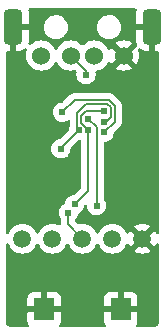
<source format=gbl>
G04 #@! TF.GenerationSoftware,KiCad,Pcbnew,(6.0.7-1)-1*
G04 #@! TF.CreationDate,2022-11-13T18:32:43+09:00*
G04 #@! TF.ProjectId,usbSerial,75736253-6572-4696-916c-2e6b69636164,V1.0*
G04 #@! TF.SameCoordinates,Original*
G04 #@! TF.FileFunction,Copper,L2,Bot*
G04 #@! TF.FilePolarity,Positive*
%FSLAX46Y46*%
G04 Gerber Fmt 4.6, Leading zero omitted, Abs format (unit mm)*
G04 Created by KiCad (PCBNEW (6.0.7-1)-1) date 2022-11-13 18:32:43*
%MOMM*%
%LPD*%
G01*
G04 APERTURE LIST*
G04 Aperture macros list*
%AMRoundRect*
0 Rectangle with rounded corners*
0 $1 Rounding radius*
0 $2 $3 $4 $5 $6 $7 $8 $9 X,Y pos of 4 corners*
0 Add a 4 corners polygon primitive as box body*
4,1,4,$2,$3,$4,$5,$6,$7,$8,$9,$2,$3,0*
0 Add four circle primitives for the rounded corners*
1,1,$1+$1,$2,$3*
1,1,$1+$1,$4,$5*
1,1,$1+$1,$6,$7*
1,1,$1+$1,$8,$9*
0 Add four rect primitives between the rounded corners*
20,1,$1+$1,$2,$3,$4,$5,0*
20,1,$1+$1,$4,$5,$6,$7,0*
20,1,$1+$1,$6,$7,$8,$9,0*
20,1,$1+$1,$8,$9,$2,$3,0*%
G04 Aperture macros list end*
G04 #@! TA.AperFunction,ComponentPad*
%ADD10R,1.800000X1.900000*%
G04 #@! TD*
G04 #@! TA.AperFunction,ComponentPad*
%ADD11C,1.500000*%
G04 #@! TD*
G04 #@! TA.AperFunction,ComponentPad*
%ADD12C,1.524000*%
G04 #@! TD*
G04 #@! TA.AperFunction,ComponentPad*
%ADD13RoundRect,0.400000X0.400000X1.100000X-0.400000X1.100000X-0.400000X-1.100000X0.400000X-1.100000X0*%
G04 #@! TD*
G04 #@! TA.AperFunction,ViaPad*
%ADD14C,0.609600*%
G04 #@! TD*
G04 #@! TA.AperFunction,Conductor*
%ADD15C,0.152400*%
G04 #@! TD*
G04 APERTURE END LIST*
D10*
X-3250000Y-12000000D03*
X3250000Y-12000000D03*
D11*
X-5080000Y-6000000D03*
X0Y-6000000D03*
X2540000Y-6000000D03*
X5080000Y-6000000D03*
X-2540000Y-6000000D03*
D12*
X-3500000Y9500000D03*
X-1000000Y9500000D03*
X1000000Y9500000D03*
X3500000Y9500000D03*
D13*
X-5850000Y11900000D03*
X5850000Y11900000D03*
D14*
X1800000Y3900000D03*
X-318890Y3193413D03*
X-1832502Y1600000D03*
X-2000000Y6000000D03*
X500000Y3200000D03*
X1800000Y4800000D03*
X-666300Y-3100000D03*
X308700Y7877561D03*
X-1200000Y-3800000D03*
X1833700Y3000000D03*
X-1700000Y4700000D03*
X500000Y4116300D03*
X1200000Y-3200000D03*
D15*
X2000000Y3900000D02*
X2384200Y4284200D01*
X-439800Y4660200D02*
X-439800Y3314323D01*
X-318890Y3193413D02*
X-1832502Y1679801D01*
X2384200Y4284200D02*
X2384200Y5115800D01*
X2384200Y5115800D02*
X2115800Y5384200D01*
X284200Y5384200D02*
X-439800Y4660200D01*
X-1832502Y1679801D02*
X-1832502Y1600000D01*
X1800000Y3900000D02*
X2000000Y3900000D01*
X2115800Y5384200D02*
X284200Y5384200D01*
X-439800Y3314323D02*
X-318890Y3193413D01*
X-666300Y-3100000D02*
X500000Y-1933700D01*
X300000Y4800000D02*
X1800000Y4800000D01*
X500000Y-1933700D02*
X500000Y3200000D01*
X-84200Y3784200D02*
X-84200Y4415800D01*
X-84200Y4415800D02*
X300000Y4800000D01*
X500000Y3200000D02*
X-84200Y3784200D01*
X308700Y8191300D02*
X-1000000Y9500000D01*
X308700Y7877561D02*
X308700Y8191300D01*
X-1200000Y-3800000D02*
X-1200000Y-4800000D01*
X-1200000Y-4800000D02*
X0Y-6000000D01*
X-660200Y5739800D02*
X-1700000Y4700000D01*
X2263094Y5739800D02*
X-660200Y5739800D01*
X2739800Y3906100D02*
X2739800Y5263094D01*
X1833700Y3000000D02*
X2739800Y3906100D01*
X2739800Y5263094D02*
X2263094Y5739800D01*
X500000Y4116300D02*
X1200000Y3416300D01*
X1200000Y3416300D02*
X1200000Y-3200000D01*
G04 #@! TA.AperFunction,Conductor*
G36*
X4546240Y13471498D02*
G01*
X4592733Y13417842D01*
X4602837Y13347568D01*
X4597540Y13327218D01*
X4597639Y13327191D01*
X4549733Y13148403D01*
X4547786Y13137069D01*
X4542193Y13066010D01*
X4542000Y13061085D01*
X4542000Y12172115D01*
X4546475Y12156876D01*
X4547865Y12155671D01*
X4555548Y12154000D01*
X5978000Y12154000D01*
X6046121Y12133998D01*
X6092614Y12080342D01*
X6104000Y12028000D01*
X6104000Y9910115D01*
X6108475Y9894876D01*
X6109865Y9893671D01*
X6117548Y9892000D01*
X6311085Y9892000D01*
X6316013Y9892193D01*
X6355615Y9895310D01*
X6425095Y9880714D01*
X6475654Y9830871D01*
X6491500Y9769698D01*
X6491500Y-5481940D01*
X6471498Y-5550061D01*
X6417842Y-5596554D01*
X6347568Y-5606658D01*
X6282988Y-5577164D01*
X6251305Y-5535190D01*
X6175946Y-5373583D01*
X6170466Y-5364093D01*
X6141589Y-5322851D01*
X6131113Y-5314477D01*
X6117666Y-5321545D01*
X5452021Y-5987189D01*
X5444408Y-6001132D01*
X5444539Y-6002966D01*
X5448790Y-6009580D01*
X6118391Y-6679180D01*
X6130161Y-6685607D01*
X6142176Y-6676311D01*
X6170466Y-6635907D01*
X6175946Y-6626417D01*
X6251305Y-6464810D01*
X6298223Y-6411525D01*
X6366500Y-6392064D01*
X6434460Y-6412606D01*
X6480525Y-6466629D01*
X6491500Y-6518060D01*
X6491500Y-12950633D01*
X6490000Y-12970018D01*
X6489269Y-12974716D01*
X6486309Y-12993724D01*
X6487473Y-13002626D01*
X6487489Y-13002750D01*
X6487760Y-13033193D01*
X6480766Y-13095264D01*
X6474487Y-13122771D01*
X6447515Y-13199853D01*
X6435273Y-13225274D01*
X6391822Y-13294426D01*
X6374230Y-13316485D01*
X6316485Y-13374230D01*
X6294426Y-13391822D01*
X6225274Y-13435273D01*
X6199853Y-13447515D01*
X6122772Y-13474487D01*
X6095264Y-13480766D01*
X6039774Y-13487018D01*
X6024132Y-13486923D01*
X6024121Y-13487800D01*
X6015149Y-13487690D01*
X6006276Y-13486309D01*
X5997374Y-13487473D01*
X5997372Y-13487473D01*
X5986385Y-13488910D01*
X5974714Y-13490436D01*
X5958379Y-13491500D01*
X4630944Y-13491500D01*
X4562823Y-13471498D01*
X4516330Y-13417842D01*
X4506226Y-13347568D01*
X4530118Y-13289935D01*
X4594786Y-13203649D01*
X4603324Y-13188054D01*
X4648478Y-13067606D01*
X4652105Y-13052351D01*
X4657631Y-13001486D01*
X4658000Y-12994672D01*
X4658000Y-12272115D01*
X4653525Y-12256876D01*
X4652135Y-12255671D01*
X4644452Y-12254000D01*
X1860116Y-12254000D01*
X1844877Y-12258475D01*
X1843672Y-12259865D01*
X1842001Y-12267548D01*
X1842001Y-12994669D01*
X1842371Y-13001490D01*
X1847895Y-13052352D01*
X1851521Y-13067604D01*
X1896676Y-13188054D01*
X1905214Y-13203649D01*
X1969882Y-13289935D01*
X1994730Y-13356442D01*
X1979677Y-13425824D01*
X1929503Y-13476054D01*
X1869056Y-13491500D01*
X-1869056Y-13491500D01*
X-1937177Y-13471498D01*
X-1983670Y-13417842D01*
X-1993774Y-13347568D01*
X-1969882Y-13289935D01*
X-1905214Y-13203649D01*
X-1896676Y-13188054D01*
X-1851522Y-13067606D01*
X-1847895Y-13052351D01*
X-1842369Y-13001486D01*
X-1842000Y-12994672D01*
X-1842000Y-12272115D01*
X-1846475Y-12256876D01*
X-1847865Y-12255671D01*
X-1855548Y-12254000D01*
X-4639884Y-12254000D01*
X-4655123Y-12258475D01*
X-4656328Y-12259865D01*
X-4657999Y-12267548D01*
X-4657999Y-12994669D01*
X-4657629Y-13001490D01*
X-4652105Y-13052352D01*
X-4648479Y-13067604D01*
X-4603324Y-13188054D01*
X-4594786Y-13203649D01*
X-4530118Y-13289935D01*
X-4505270Y-13356442D01*
X-4520323Y-13425824D01*
X-4570497Y-13476054D01*
X-4630944Y-13491500D01*
X-5950634Y-13491500D01*
X-5970019Y-13490000D01*
X-5984852Y-13487690D01*
X-5984856Y-13487690D01*
X-5993725Y-13486309D01*
X-6002627Y-13487473D01*
X-6002632Y-13487473D01*
X-6002751Y-13487489D01*
X-6033188Y-13487760D01*
X-6095263Y-13480766D01*
X-6122768Y-13474488D01*
X-6199859Y-13447513D01*
X-6225275Y-13435273D01*
X-6294427Y-13391822D01*
X-6316486Y-13374230D01*
X-6374230Y-13316486D01*
X-6391822Y-13294427D01*
X-6391823Y-13294426D01*
X-6435274Y-13225273D01*
X-6447513Y-13199859D01*
X-6474488Y-13122768D01*
X-6480766Y-13095264D01*
X-6487018Y-13039776D01*
X-6486923Y-13024133D01*
X-6487800Y-13024122D01*
X-6487690Y-13015150D01*
X-6486309Y-13006277D01*
X-6489110Y-12984852D01*
X-6490436Y-12974716D01*
X-6491500Y-12958379D01*
X-6491500Y-11727885D01*
X-4658000Y-11727885D01*
X-4653525Y-11743124D01*
X-4652135Y-11744329D01*
X-4644452Y-11746000D01*
X-3522115Y-11746000D01*
X-3506876Y-11741525D01*
X-3505671Y-11740135D01*
X-3504000Y-11732452D01*
X-3504000Y-11727885D01*
X-2996000Y-11727885D01*
X-2991525Y-11743124D01*
X-2990135Y-11744329D01*
X-2982452Y-11746000D01*
X-1860116Y-11746000D01*
X-1844877Y-11741525D01*
X-1843672Y-11740135D01*
X-1842001Y-11732452D01*
X-1842001Y-11727885D01*
X1842000Y-11727885D01*
X1846475Y-11743124D01*
X1847865Y-11744329D01*
X1855548Y-11746000D01*
X2977885Y-11746000D01*
X2993124Y-11741525D01*
X2994329Y-11740135D01*
X2996000Y-11732452D01*
X2996000Y-11727885D01*
X3504000Y-11727885D01*
X3508475Y-11743124D01*
X3509865Y-11744329D01*
X3517548Y-11746000D01*
X4639884Y-11746000D01*
X4655123Y-11741525D01*
X4656328Y-11740135D01*
X4657999Y-11732452D01*
X4657999Y-11005331D01*
X4657629Y-10998510D01*
X4652105Y-10947648D01*
X4648479Y-10932396D01*
X4603324Y-10811946D01*
X4594786Y-10796351D01*
X4518285Y-10694276D01*
X4505724Y-10681715D01*
X4403649Y-10605214D01*
X4388054Y-10596676D01*
X4267606Y-10551522D01*
X4252351Y-10547895D01*
X4201486Y-10542369D01*
X4194672Y-10542000D01*
X3522115Y-10542000D01*
X3506876Y-10546475D01*
X3505671Y-10547865D01*
X3504000Y-10555548D01*
X3504000Y-11727885D01*
X2996000Y-11727885D01*
X2996000Y-10560116D01*
X2991525Y-10544877D01*
X2990135Y-10543672D01*
X2982452Y-10542001D01*
X2305331Y-10542001D01*
X2298510Y-10542371D01*
X2247648Y-10547895D01*
X2232396Y-10551521D01*
X2111946Y-10596676D01*
X2096351Y-10605214D01*
X1994276Y-10681715D01*
X1981715Y-10694276D01*
X1905214Y-10796351D01*
X1896676Y-10811946D01*
X1851522Y-10932394D01*
X1847895Y-10947649D01*
X1842369Y-10998514D01*
X1842000Y-11005328D01*
X1842000Y-11727885D01*
X-1842001Y-11727885D01*
X-1842001Y-11005331D01*
X-1842371Y-10998510D01*
X-1847895Y-10947648D01*
X-1851521Y-10932396D01*
X-1896676Y-10811946D01*
X-1905214Y-10796351D01*
X-1981715Y-10694276D01*
X-1994276Y-10681715D01*
X-2096351Y-10605214D01*
X-2111946Y-10596676D01*
X-2232394Y-10551522D01*
X-2247649Y-10547895D01*
X-2298514Y-10542369D01*
X-2305328Y-10542000D01*
X-2977885Y-10542000D01*
X-2993124Y-10546475D01*
X-2994329Y-10547865D01*
X-2996000Y-10555548D01*
X-2996000Y-11727885D01*
X-3504000Y-11727885D01*
X-3504000Y-10560116D01*
X-3508475Y-10544877D01*
X-3509865Y-10543672D01*
X-3517548Y-10542001D01*
X-4194669Y-10542001D01*
X-4201490Y-10542371D01*
X-4252352Y-10547895D01*
X-4267604Y-10551521D01*
X-4388054Y-10596676D01*
X-4403649Y-10605214D01*
X-4505724Y-10681715D01*
X-4518285Y-10694276D01*
X-4594786Y-10796351D01*
X-4603324Y-10811946D01*
X-4648478Y-10932394D01*
X-4652105Y-10947649D01*
X-4657631Y-10998514D01*
X-4658000Y-11005328D01*
X-4658000Y-11727885D01*
X-6491500Y-11727885D01*
X-6491500Y-6519241D01*
X-6471498Y-6451120D01*
X-6417842Y-6404627D01*
X-6347568Y-6394523D01*
X-6282988Y-6424017D01*
X-6251306Y-6465990D01*
X-6236081Y-6498640D01*
X-6176382Y-6626666D01*
X-6176379Y-6626671D01*
X-6174056Y-6631653D01*
X-6170900Y-6636160D01*
X-6170899Y-6636162D01*
X-6142199Y-6677149D01*
X-6047749Y-6812038D01*
X-5892038Y-6967749D01*
X-5711654Y-7094056D01*
X-5512076Y-7187120D01*
X-5299371Y-7244115D01*
X-5080000Y-7263307D01*
X-4860629Y-7244115D01*
X-4647924Y-7187120D01*
X-4448346Y-7094056D01*
X-4267962Y-6967749D01*
X-4112251Y-6812038D01*
X-4017800Y-6677149D01*
X-3989101Y-6636162D01*
X-3989100Y-6636160D01*
X-3985944Y-6631653D01*
X-3983621Y-6626671D01*
X-3983618Y-6626666D01*
X-3924195Y-6499231D01*
X-3877278Y-6445946D01*
X-3809001Y-6426485D01*
X-3741041Y-6447027D01*
X-3695805Y-6499231D01*
X-3636382Y-6626666D01*
X-3636379Y-6626671D01*
X-3634056Y-6631653D01*
X-3630900Y-6636160D01*
X-3630899Y-6636162D01*
X-3602199Y-6677149D01*
X-3507749Y-6812038D01*
X-3352038Y-6967749D01*
X-3171654Y-7094056D01*
X-2972076Y-7187120D01*
X-2759371Y-7244115D01*
X-2540000Y-7263307D01*
X-2320629Y-7244115D01*
X-2107924Y-7187120D01*
X-1908346Y-7094056D01*
X-1727962Y-6967749D01*
X-1572251Y-6812038D01*
X-1477800Y-6677149D01*
X-1449101Y-6636162D01*
X-1449100Y-6636160D01*
X-1445944Y-6631653D01*
X-1443621Y-6626671D01*
X-1443618Y-6626666D01*
X-1384195Y-6499231D01*
X-1337278Y-6445946D01*
X-1269001Y-6426485D01*
X-1201041Y-6447027D01*
X-1155805Y-6499231D01*
X-1096382Y-6626666D01*
X-1096379Y-6626671D01*
X-1094056Y-6631653D01*
X-1090900Y-6636160D01*
X-1090899Y-6636162D01*
X-1062199Y-6677149D01*
X-967749Y-6812038D01*
X-812038Y-6967749D01*
X-631654Y-7094056D01*
X-432076Y-7187120D01*
X-219371Y-7244115D01*
X0Y-7263307D01*
X219371Y-7244115D01*
X432076Y-7187120D01*
X631654Y-7094056D01*
X812038Y-6967749D01*
X967749Y-6812038D01*
X1062200Y-6677149D01*
X1090899Y-6636162D01*
X1090900Y-6636160D01*
X1094056Y-6631653D01*
X1096379Y-6626671D01*
X1096382Y-6626666D01*
X1155805Y-6499231D01*
X1202722Y-6445946D01*
X1270999Y-6426485D01*
X1338959Y-6447027D01*
X1384195Y-6499231D01*
X1443618Y-6626666D01*
X1443621Y-6626671D01*
X1445944Y-6631653D01*
X1449100Y-6636160D01*
X1449101Y-6636162D01*
X1477801Y-6677149D01*
X1572251Y-6812038D01*
X1727962Y-6967749D01*
X1908346Y-7094056D01*
X2107924Y-7187120D01*
X2320629Y-7244115D01*
X2540000Y-7263307D01*
X2759371Y-7244115D01*
X2972076Y-7187120D01*
X3171654Y-7094056D01*
X3234342Y-7050161D01*
X4394393Y-7050161D01*
X4403687Y-7062175D01*
X4444088Y-7090464D01*
X4453584Y-7095947D01*
X4643113Y-7184326D01*
X4653405Y-7188072D01*
X4855401Y-7242196D01*
X4866196Y-7244099D01*
X5074525Y-7262326D01*
X5085475Y-7262326D01*
X5293804Y-7244099D01*
X5304599Y-7242196D01*
X5506595Y-7188072D01*
X5516887Y-7184326D01*
X5706416Y-7095947D01*
X5715912Y-7090464D01*
X5757148Y-7061590D01*
X5765523Y-7051112D01*
X5758457Y-7037668D01*
X5092811Y-6372021D01*
X5078868Y-6364408D01*
X5077034Y-6364539D01*
X5070420Y-6368790D01*
X4400820Y-7038391D01*
X4394393Y-7050161D01*
X3234342Y-7050161D01*
X3352038Y-6967749D01*
X3507749Y-6812038D01*
X3602200Y-6677149D01*
X3630899Y-6636162D01*
X3630900Y-6636160D01*
X3634056Y-6631653D01*
X3636379Y-6626671D01*
X3636382Y-6626666D01*
X3696081Y-6498640D01*
X3742998Y-6445355D01*
X3811276Y-6425894D01*
X3879236Y-6446436D01*
X3924471Y-6498640D01*
X3984054Y-6626417D01*
X3989534Y-6635907D01*
X4018411Y-6677149D01*
X4028887Y-6685523D01*
X4042334Y-6678455D01*
X4707979Y-6012811D01*
X4715592Y-5998868D01*
X4715461Y-5997034D01*
X4711210Y-5990420D01*
X4041609Y-5320820D01*
X4029839Y-5314393D01*
X4017824Y-5323689D01*
X3989534Y-5364093D01*
X3984054Y-5373583D01*
X3924471Y-5501360D01*
X3877554Y-5554645D01*
X3809276Y-5574106D01*
X3741316Y-5553564D01*
X3696081Y-5501360D01*
X3636382Y-5373334D01*
X3636379Y-5373329D01*
X3634056Y-5368347D01*
X3602786Y-5323689D01*
X3510908Y-5192473D01*
X3510906Y-5192470D01*
X3507749Y-5187962D01*
X3352038Y-5032251D01*
X3232983Y-4948887D01*
X4394477Y-4948887D01*
X4401545Y-4962334D01*
X5067189Y-5627979D01*
X5081132Y-5635592D01*
X5082966Y-5635461D01*
X5089580Y-5631210D01*
X5759180Y-4961609D01*
X5765607Y-4949839D01*
X5756313Y-4937825D01*
X5715912Y-4909536D01*
X5706416Y-4904053D01*
X5516887Y-4815674D01*
X5506595Y-4811928D01*
X5304599Y-4757804D01*
X5293804Y-4755901D01*
X5085475Y-4737674D01*
X5074525Y-4737674D01*
X4866196Y-4755901D01*
X4855401Y-4757804D01*
X4653405Y-4811928D01*
X4643113Y-4815674D01*
X4453583Y-4904054D01*
X4444093Y-4909534D01*
X4402851Y-4938411D01*
X4394477Y-4948887D01*
X3232983Y-4948887D01*
X3171654Y-4905944D01*
X2972076Y-4812880D01*
X2759371Y-4755885D01*
X2540000Y-4736693D01*
X2320629Y-4755885D01*
X2107924Y-4812880D01*
X2035873Y-4846478D01*
X1913334Y-4903618D01*
X1913329Y-4903621D01*
X1908347Y-4905944D01*
X1903840Y-4909100D01*
X1903838Y-4909101D01*
X1732473Y-5029092D01*
X1732470Y-5029094D01*
X1727962Y-5032251D01*
X1572251Y-5187962D01*
X1569094Y-5192470D01*
X1569092Y-5192473D01*
X1477214Y-5323689D01*
X1445944Y-5368347D01*
X1443621Y-5373329D01*
X1443618Y-5373334D01*
X1384195Y-5500769D01*
X1337278Y-5554054D01*
X1269001Y-5573515D01*
X1201041Y-5552973D01*
X1155805Y-5500769D01*
X1096382Y-5373334D01*
X1096379Y-5373329D01*
X1094056Y-5368347D01*
X1062786Y-5323689D01*
X970908Y-5192473D01*
X970906Y-5192470D01*
X967749Y-5187962D01*
X812038Y-5032251D01*
X631654Y-4905944D01*
X432076Y-4812880D01*
X219371Y-4755885D01*
X0Y-4736693D01*
X-219371Y-4755885D01*
X-224685Y-4757309D01*
X-224691Y-4757310D01*
X-305146Y-4778868D01*
X-376122Y-4777179D01*
X-426853Y-4746257D01*
X-578395Y-4594715D01*
X-612421Y-4532403D01*
X-615300Y-4505620D01*
X-615300Y-4420340D01*
X-595298Y-4352219D01*
X-582379Y-4336582D01*
X-582664Y-4336343D01*
X-578133Y-4330943D01*
X-573034Y-4326087D01*
X-472061Y-4174110D01*
X-457062Y-4134625D01*
X-409767Y-4010122D01*
X-409766Y-4010117D01*
X-407267Y-4003539D01*
X-398415Y-3940557D01*
X-369129Y-3875884D01*
X-328484Y-3845439D01*
X-328196Y-3845345D01*
X-232959Y-3788573D01*
X-177523Y-3755527D01*
X-177520Y-3755525D01*
X-171468Y-3751917D01*
X-100161Y-3684012D01*
X-44438Y-3630948D01*
X-44436Y-3630945D01*
X-39334Y-3626087D01*
X61639Y-3474110D01*
X85946Y-3410122D01*
X123933Y-3310122D01*
X123934Y-3310117D01*
X126433Y-3303539D01*
X136337Y-3233066D01*
X165625Y-3168393D01*
X225229Y-3129819D01*
X296225Y-3129594D01*
X356073Y-3167787D01*
X386510Y-3238306D01*
X399439Y-3370164D01*
X457033Y-3543299D01*
X551554Y-3699371D01*
X678303Y-3830623D01*
X684195Y-3834478D01*
X684199Y-3834482D01*
X825085Y-3926675D01*
X830981Y-3930533D01*
X837585Y-3932989D01*
X837587Y-3932990D01*
X916490Y-3962334D01*
X1002000Y-3994135D01*
X1182860Y-4018267D01*
X1189871Y-4017629D01*
X1189875Y-4017629D01*
X1329580Y-4004914D01*
X1364571Y-4001729D01*
X1371273Y-3999551D01*
X1371275Y-3999551D01*
X1531405Y-3947522D01*
X1531408Y-3947521D01*
X1538104Y-3945345D01*
X1562952Y-3930533D01*
X1688777Y-3855527D01*
X1688780Y-3855525D01*
X1694832Y-3851917D01*
X1804949Y-3747054D01*
X1821862Y-3730948D01*
X1821864Y-3730945D01*
X1826966Y-3726087D01*
X1927939Y-3574110D01*
X1942938Y-3534625D01*
X1990233Y-3410122D01*
X1990234Y-3410117D01*
X1992733Y-3403539D01*
X1997424Y-3370164D01*
X2017576Y-3226775D01*
X2017576Y-3226770D01*
X2018127Y-3222852D01*
X2018446Y-3200000D01*
X1998107Y-3018675D01*
X1938101Y-2846361D01*
X1841411Y-2691624D01*
X1821294Y-2671366D01*
X1787487Y-2608935D01*
X1784700Y-2582582D01*
X1784700Y2063781D01*
X1804702Y2131902D01*
X1858358Y2178395D01*
X1899278Y2189261D01*
X1998271Y2198271D01*
X2004973Y2200449D01*
X2004975Y2200449D01*
X2165105Y2252478D01*
X2165108Y2252479D01*
X2171804Y2254655D01*
X2180824Y2260032D01*
X2322477Y2344473D01*
X2322480Y2344475D01*
X2328532Y2348083D01*
X2423941Y2438940D01*
X2455562Y2469052D01*
X2455564Y2469055D01*
X2460666Y2473913D01*
X2561639Y2625890D01*
X2576638Y2665375D01*
X2623933Y2789878D01*
X2623934Y2789883D01*
X2626433Y2796461D01*
X2648264Y2951794D01*
X2677552Y3016468D01*
X2683943Y3023353D01*
X3120303Y3459713D01*
X3132695Y3470581D01*
X3150263Y3484061D01*
X3156813Y3489087D01*
X3234409Y3590213D01*
X3250534Y3611227D01*
X3309450Y3753463D01*
X3329546Y3906100D01*
X3325578Y3936238D01*
X3324500Y3952685D01*
X3324500Y5216516D01*
X3325578Y5232963D01*
X3328467Y5254906D01*
X3329545Y5263094D01*
X3324500Y5301415D01*
X3309450Y5415731D01*
X3299169Y5440552D01*
X3254086Y5549391D01*
X3250534Y5557966D01*
X3250534Y5557967D01*
X3204142Y5618426D01*
X3156813Y5680107D01*
X3150263Y5685133D01*
X3150259Y5685137D01*
X3132691Y5698617D01*
X3120299Y5709485D01*
X2709481Y6120303D01*
X2698613Y6132695D01*
X2685133Y6150263D01*
X2680107Y6156813D01*
X2602480Y6216377D01*
X2557967Y6250534D01*
X2516307Y6267790D01*
X2415731Y6309450D01*
X2407543Y6310528D01*
X2301418Y6324500D01*
X2301413Y6324500D01*
X2263094Y6329545D01*
X2254906Y6328467D01*
X2232961Y6325578D01*
X2216515Y6324500D01*
X-613622Y6324500D01*
X-630069Y6325578D01*
X-652012Y6328467D01*
X-660200Y6329545D01*
X-698519Y6324500D01*
X-698524Y6324500D01*
X-804649Y6310528D01*
X-812837Y6309450D01*
X-820464Y6306291D01*
X-820467Y6306290D01*
X-896157Y6274938D01*
X-955073Y6250534D01*
X-999586Y6216377D01*
X-1077213Y6156813D01*
X-1082239Y6150263D01*
X-1082243Y6150259D01*
X-1095723Y6132691D01*
X-1106591Y6120299D01*
X-1678578Y5548312D01*
X-1740890Y5514286D01*
X-1754499Y5512098D01*
X-1875749Y5499354D01*
X-1882417Y5497084D01*
X-2041810Y5442822D01*
X-2041813Y5442821D01*
X-2048477Y5440552D01*
X-2203886Y5344944D01*
X-2208919Y5340015D01*
X-2326598Y5224775D01*
X-2334250Y5217282D01*
X-2433092Y5063910D01*
X-2495498Y4892451D01*
X-2518366Y4711427D01*
X-2500561Y4529836D01*
X-2442967Y4356701D01*
X-2348446Y4200629D01*
X-2221697Y4069377D01*
X-2215805Y4065522D01*
X-2215801Y4065518D01*
X-2074915Y3973325D01*
X-2069019Y3969467D01*
X-2062415Y3967011D01*
X-2062413Y3967010D01*
X-1983509Y3937666D01*
X-1898000Y3905865D01*
X-1717140Y3881733D01*
X-1710129Y3882371D01*
X-1710125Y3882371D01*
X-1570420Y3895086D01*
X-1535429Y3898271D01*
X-1528727Y3900449D01*
X-1528725Y3900449D01*
X-1368595Y3952478D01*
X-1368592Y3952479D01*
X-1361896Y3954655D01*
X-1330576Y3973325D01*
X-1215017Y4042212D01*
X-1146262Y4059912D01*
X-1078853Y4037630D01*
X-1034191Y3982441D01*
X-1024500Y3933983D01*
X-1024500Y3637051D01*
X-1044589Y3568795D01*
X-1051982Y3557323D01*
X-1114388Y3385864D01*
X-1115270Y3378880D01*
X-1132269Y3244317D01*
X-1160651Y3179240D01*
X-1168181Y3171013D01*
X-1900254Y2438940D01*
X-1962566Y2404914D01*
X-1976176Y2402725D01*
X-2008251Y2399354D01*
X-2014917Y2397085D01*
X-2014920Y2397084D01*
X-2174312Y2342822D01*
X-2174315Y2342821D01*
X-2180979Y2340552D01*
X-2336388Y2244944D01*
X-2466752Y2117282D01*
X-2565594Y1963910D01*
X-2628000Y1792451D01*
X-2650868Y1611427D01*
X-2650181Y1604420D01*
X-2650181Y1604417D01*
X-2640535Y1506043D01*
X-2633063Y1429836D01*
X-2575469Y1256701D01*
X-2480948Y1100629D01*
X-2354199Y969377D01*
X-2348307Y965522D01*
X-2348303Y965518D01*
X-2207417Y873325D01*
X-2201521Y869467D01*
X-2194917Y867011D01*
X-2194915Y867010D01*
X-2116011Y837666D01*
X-2030502Y805865D01*
X-1849642Y781733D01*
X-1842631Y782371D01*
X-1842627Y782371D01*
X-1702922Y795086D01*
X-1667931Y798271D01*
X-1661229Y800449D01*
X-1661227Y800449D01*
X-1501097Y852478D01*
X-1501094Y852479D01*
X-1494398Y854655D01*
X-1469550Y869467D01*
X-1343725Y944473D01*
X-1343722Y944475D01*
X-1337670Y948083D01*
X-1266363Y1015988D01*
X-1210640Y1069052D01*
X-1210638Y1069055D01*
X-1205536Y1073913D01*
X-1104563Y1225890D01*
X-1089564Y1265375D01*
X-1042269Y1389878D01*
X-1042268Y1389883D01*
X-1039769Y1396461D01*
X-1014375Y1577148D01*
X-1014056Y1600000D01*
X-1014497Y1603935D01*
X-1014691Y1607891D01*
X-1013787Y1607935D01*
X-1002204Y1673836D01*
X-978373Y1707040D01*
X-339939Y2345474D01*
X-277627Y2379500D01*
X-262276Y2381859D01*
X-222117Y2385514D01*
X-152465Y2371767D01*
X-101301Y2322546D01*
X-84700Y2260032D01*
X-84700Y-1639320D01*
X-104702Y-1707441D01*
X-121605Y-1728415D01*
X-644878Y-2251688D01*
X-707190Y-2285714D01*
X-720799Y-2287902D01*
X-842049Y-2300646D01*
X-848717Y-2302916D01*
X-1008110Y-2357178D01*
X-1008113Y-2357179D01*
X-1014777Y-2359448D01*
X-1170186Y-2455056D01*
X-1300550Y-2582718D01*
X-1399392Y-2736090D01*
X-1401801Y-2742710D01*
X-1401803Y-2742713D01*
X-1459389Y-2900930D01*
X-1461798Y-2907549D01*
X-1468157Y-2957885D01*
X-1496537Y-3022958D01*
X-1539516Y-3056099D01*
X-1541810Y-3057178D01*
X-1548477Y-3059448D01*
X-1554471Y-3063136D01*
X-1554474Y-3063137D01*
X-1651539Y-3122852D01*
X-1703886Y-3155056D01*
X-1834250Y-3282718D01*
X-1933092Y-3436090D01*
X-1935501Y-3442710D01*
X-1935503Y-3442713D01*
X-1985464Y-3579981D01*
X-1995498Y-3607549D01*
X-2018366Y-3788573D01*
X-2017679Y-3795580D01*
X-2017679Y-3795583D01*
X-2012996Y-3843345D01*
X-2000561Y-3970164D01*
X-1942967Y-4143299D01*
X-1848446Y-4299371D01*
X-1822646Y-4326087D01*
X-1820064Y-4328761D01*
X-1787131Y-4391658D01*
X-1784700Y-4416289D01*
X-1784700Y-4753422D01*
X-1785778Y-4769870D01*
X-1787316Y-4781551D01*
X-1816040Y-4846478D01*
X-1875305Y-4885569D01*
X-1946297Y-4886412D01*
X-1965487Y-4879298D01*
X-2102934Y-4815206D01*
X-2102942Y-4815203D01*
X-2107924Y-4812880D01*
X-2320629Y-4755885D01*
X-2540000Y-4736693D01*
X-2759371Y-4755885D01*
X-2972076Y-4812880D01*
X-3044127Y-4846478D01*
X-3166666Y-4903618D01*
X-3166671Y-4903621D01*
X-3171653Y-4905944D01*
X-3176160Y-4909100D01*
X-3176162Y-4909101D01*
X-3347527Y-5029092D01*
X-3347530Y-5029094D01*
X-3352038Y-5032251D01*
X-3507749Y-5187962D01*
X-3510906Y-5192470D01*
X-3510908Y-5192473D01*
X-3602786Y-5323689D01*
X-3634056Y-5368347D01*
X-3636379Y-5373329D01*
X-3636382Y-5373334D01*
X-3695805Y-5500769D01*
X-3742722Y-5554054D01*
X-3810999Y-5573515D01*
X-3878959Y-5552973D01*
X-3924195Y-5500769D01*
X-3983618Y-5373334D01*
X-3983621Y-5373329D01*
X-3985944Y-5368347D01*
X-4017214Y-5323689D01*
X-4109092Y-5192473D01*
X-4109094Y-5192470D01*
X-4112251Y-5187962D01*
X-4267962Y-5032251D01*
X-4448346Y-4905944D01*
X-4647924Y-4812880D01*
X-4860629Y-4755885D01*
X-5080000Y-4736693D01*
X-5299371Y-4755885D01*
X-5512076Y-4812880D01*
X-5584127Y-4846478D01*
X-5706666Y-4903618D01*
X-5706671Y-4903621D01*
X-5711653Y-4905944D01*
X-5716160Y-4909100D01*
X-5716162Y-4909101D01*
X-5887527Y-5029092D01*
X-5887530Y-5029094D01*
X-5892038Y-5032251D01*
X-6047749Y-5187962D01*
X-6050906Y-5192470D01*
X-6050908Y-5192473D01*
X-6142786Y-5323689D01*
X-6174056Y-5368347D01*
X-6176379Y-5373329D01*
X-6176382Y-5373334D01*
X-6251305Y-5534009D01*
X-6298222Y-5587294D01*
X-6366499Y-5606755D01*
X-6434459Y-5586213D01*
X-6480525Y-5532191D01*
X-6491500Y-5480759D01*
X-6491500Y9769698D01*
X-6471498Y9837819D01*
X-6417842Y9884312D01*
X-6355615Y9895310D01*
X-6316013Y9892193D01*
X-6311085Y9892000D01*
X-6122115Y9892000D01*
X-6106876Y9896475D01*
X-6105671Y9897865D01*
X-6104000Y9905548D01*
X-6104000Y9910115D01*
X-5596000Y9910115D01*
X-5591525Y9894876D01*
X-5590135Y9893671D01*
X-5582452Y9892000D01*
X-5388915Y9892000D01*
X-5383990Y9892193D01*
X-5312931Y9897786D01*
X-5301597Y9899733D01*
X-5129183Y9945931D01*
X-5116930Y9950635D01*
X-4958625Y10031295D01*
X-4947610Y10038448D01*
X-4893904Y10081939D01*
X-4828377Y10109265D01*
X-4758479Y10096825D01*
X-4706402Y10048571D01*
X-4688680Y9979822D01*
X-4696190Y9941021D01*
X-4698440Y9936196D01*
X-4755978Y9721463D01*
X-4775353Y9500000D01*
X-4755978Y9278537D01*
X-4698440Y9063804D01*
X-4696118Y9058823D01*
X-4696117Y9058822D01*
X-4606814Y8867311D01*
X-4606811Y8867306D01*
X-4604488Y8862324D01*
X-4601332Y8857817D01*
X-4601331Y8857815D01*
X-4564893Y8805777D01*
X-4476977Y8680219D01*
X-4319781Y8523023D01*
X-4315273Y8519866D01*
X-4315270Y8519864D01*
X-4239505Y8466813D01*
X-4137677Y8395512D01*
X-4132695Y8393189D01*
X-4132690Y8393186D01*
X-3942190Y8304355D01*
X-3936196Y8301560D01*
X-3930888Y8300138D01*
X-3930886Y8300137D01*
X-3885209Y8287898D01*
X-3721463Y8244022D01*
X-3500000Y8224647D01*
X-3278537Y8244022D01*
X-3114791Y8287898D01*
X-3069114Y8300137D01*
X-3069112Y8300138D01*
X-3063804Y8301560D01*
X-3057810Y8304355D01*
X-2867310Y8393186D01*
X-2867305Y8393189D01*
X-2862323Y8395512D01*
X-2760495Y8466813D01*
X-2684730Y8519864D01*
X-2684727Y8519866D01*
X-2680219Y8523023D01*
X-2523023Y8680219D01*
X-2435106Y8805777D01*
X-2398669Y8857815D01*
X-2398668Y8857817D01*
X-2395512Y8862324D01*
X-2393189Y8867306D01*
X-2393186Y8867311D01*
X-2364195Y8929483D01*
X-2317277Y8982768D01*
X-2249000Y9002229D01*
X-2181040Y8981687D01*
X-2135805Y8929483D01*
X-2106814Y8867311D01*
X-2106811Y8867306D01*
X-2104488Y8862324D01*
X-2101332Y8857817D01*
X-2101331Y8857815D01*
X-2064893Y8805777D01*
X-1976977Y8680219D01*
X-1819781Y8523023D01*
X-1815273Y8519866D01*
X-1815270Y8519864D01*
X-1739505Y8466813D01*
X-1637677Y8395512D01*
X-1632695Y8393189D01*
X-1632690Y8393186D01*
X-1442190Y8304355D01*
X-1436196Y8301560D01*
X-1430888Y8300138D01*
X-1430886Y8300137D01*
X-1385209Y8287898D01*
X-1221463Y8244022D01*
X-1000000Y8224647D01*
X-778537Y8244022D01*
X-750046Y8251656D01*
X-685055Y8269070D01*
X-614078Y8267380D01*
X-563349Y8236458D01*
X-518634Y8191743D01*
X-484608Y8129431D01*
X-485249Y8074267D01*
X-486798Y8070012D01*
X-509666Y7888988D01*
X-508979Y7881981D01*
X-508979Y7881978D01*
X-499333Y7783604D01*
X-491861Y7707397D01*
X-434267Y7534262D01*
X-339746Y7378190D01*
X-212997Y7246938D01*
X-207105Y7243083D01*
X-207101Y7243079D01*
X-66215Y7150886D01*
X-60319Y7147028D01*
X-53715Y7144572D01*
X-53713Y7144571D01*
X25191Y7115227D01*
X110700Y7083426D01*
X291560Y7059294D01*
X298571Y7059932D01*
X298575Y7059932D01*
X438280Y7072647D01*
X473271Y7075832D01*
X479973Y7078010D01*
X479975Y7078010D01*
X640105Y7130039D01*
X640108Y7130040D01*
X646804Y7132216D01*
X671652Y7147028D01*
X797477Y7222034D01*
X797480Y7222036D01*
X803532Y7225644D01*
X874839Y7293549D01*
X930562Y7346613D01*
X930564Y7346616D01*
X935666Y7351474D01*
X1036639Y7503451D01*
X1051638Y7542936D01*
X1098933Y7667439D01*
X1098934Y7667444D01*
X1101433Y7674022D01*
X1126827Y7854709D01*
X1127146Y7877561D01*
X1106807Y8058886D01*
X1100861Y8075961D01*
X1097346Y8146868D01*
X1132725Y8208421D01*
X1195767Y8241076D01*
X1208867Y8242919D01*
X1215974Y8243541D01*
X1215983Y8243543D01*
X1221463Y8244022D01*
X1385209Y8287898D01*
X1430886Y8300137D01*
X1430888Y8300138D01*
X1436196Y8301560D01*
X1442190Y8304355D01*
X1632690Y8393186D01*
X1632695Y8393189D01*
X1637677Y8395512D01*
X1702959Y8441223D01*
X2805777Y8441223D01*
X2815074Y8429207D01*
X2858069Y8399102D01*
X2867555Y8393624D01*
X3058993Y8304355D01*
X3069285Y8300609D01*
X3273309Y8245941D01*
X3284104Y8244038D01*
X3494525Y8225628D01*
X3505475Y8225628D01*
X3715896Y8244038D01*
X3726691Y8245941D01*
X3930715Y8300609D01*
X3941007Y8304355D01*
X4132445Y8393624D01*
X4141931Y8399102D01*
X4185764Y8429793D01*
X4194139Y8440271D01*
X4187071Y8453719D01*
X3512812Y9127978D01*
X3498868Y9135592D01*
X3497035Y9135461D01*
X3490420Y9131210D01*
X2812207Y8452997D01*
X2805777Y8441223D01*
X1702959Y8441223D01*
X1739505Y8466813D01*
X1815270Y8519864D01*
X1815273Y8519866D01*
X1819781Y8523023D01*
X1976977Y8680219D01*
X2064894Y8805777D01*
X2101331Y8857815D01*
X2101332Y8857817D01*
X2104488Y8862324D01*
X2106811Y8867306D01*
X2106814Y8867311D01*
X2136081Y8930075D01*
X2182999Y8983360D01*
X2251276Y9002821D01*
X2319236Y8982279D01*
X2364471Y8930075D01*
X2393623Y8867559D01*
X2399103Y8858068D01*
X2429794Y8814235D01*
X2440271Y8805860D01*
X2453718Y8812928D01*
X3127978Y9487188D01*
X3134356Y9498868D01*
X3864408Y9498868D01*
X3864539Y9497035D01*
X3868790Y9490420D01*
X4547003Y8812207D01*
X4558777Y8805777D01*
X4570793Y8815074D01*
X4600897Y8858068D01*
X4606377Y8867559D01*
X4695645Y9058993D01*
X4699391Y9069285D01*
X4754059Y9273309D01*
X4755962Y9284104D01*
X4774372Y9494525D01*
X4774372Y9505475D01*
X4755962Y9715896D01*
X4754059Y9726691D01*
X4699390Y9930719D01*
X4695452Y9941538D01*
X4690949Y10012392D01*
X4725468Y10074432D01*
X4788048Y10107961D01*
X4858821Y10102334D01*
X4893147Y10082552D01*
X4947610Y10038448D01*
X4958625Y10031295D01*
X5116930Y9950635D01*
X5129183Y9945931D01*
X5301597Y9899733D01*
X5312931Y9897786D01*
X5383990Y9892193D01*
X5388915Y9892000D01*
X5577885Y9892000D01*
X5593124Y9896475D01*
X5594329Y9897865D01*
X5596000Y9905548D01*
X5596000Y11627885D01*
X5591525Y11643124D01*
X5590135Y11644329D01*
X5582452Y11646000D01*
X4560115Y11646000D01*
X4544876Y11641525D01*
X4543671Y11640135D01*
X4542000Y11632452D01*
X4542000Y10738916D01*
X4542193Y10733990D01*
X4547786Y10662931D01*
X4549733Y10651597D01*
X4595931Y10479183D01*
X4600635Y10466930D01*
X4645144Y10379575D01*
X4658248Y10309798D01*
X4631548Y10244013D01*
X4591502Y10210841D01*
X4546281Y10187071D01*
X3872022Y9512812D01*
X3864408Y9498868D01*
X3134356Y9498868D01*
X3135592Y9501132D01*
X3135461Y9502965D01*
X3131210Y9509580D01*
X2452997Y10187793D01*
X2441223Y10194223D01*
X2429207Y10184926D01*
X2399103Y10141932D01*
X2393623Y10132441D01*
X2364471Y10069925D01*
X2317553Y10016640D01*
X2249276Y9997179D01*
X2181316Y10017721D01*
X2136081Y10069925D01*
X2106814Y10132689D01*
X2106811Y10132694D01*
X2104488Y10137676D01*
X2101331Y10142185D01*
X1980136Y10315270D01*
X1980134Y10315273D01*
X1976977Y10319781D01*
X1819781Y10476977D01*
X1815273Y10480134D01*
X1815270Y10480136D01*
X1739505Y10533187D01*
X1701599Y10559729D01*
X2805860Y10559729D01*
X2812928Y10546282D01*
X3487188Y9872022D01*
X3501132Y9864408D01*
X3502965Y9864539D01*
X3509580Y9868790D01*
X4187793Y10547003D01*
X4194223Y10558777D01*
X4184926Y10570793D01*
X4141931Y10600898D01*
X4132445Y10606376D01*
X3941007Y10695645D01*
X3930715Y10699391D01*
X3726691Y10754059D01*
X3715896Y10755962D01*
X3505475Y10774372D01*
X3494525Y10774372D01*
X3284104Y10755962D01*
X3273309Y10754059D01*
X3069285Y10699391D01*
X3058993Y10695645D01*
X2867559Y10606377D01*
X2858068Y10600897D01*
X2814235Y10570206D01*
X2805860Y10559729D01*
X1701599Y10559729D01*
X1637677Y10604488D01*
X1632695Y10606811D01*
X1632690Y10606814D01*
X1441178Y10696117D01*
X1441177Y10696118D01*
X1436196Y10698440D01*
X1430888Y10699862D01*
X1430886Y10699863D01*
X1365051Y10717503D01*
X1221463Y10755978D01*
X1000000Y10775353D01*
X778537Y10755978D01*
X634949Y10717503D01*
X569114Y10699863D01*
X569112Y10699862D01*
X563804Y10698440D01*
X558823Y10696118D01*
X558822Y10696117D01*
X367311Y10606814D01*
X367306Y10606811D01*
X362324Y10604488D01*
X357817Y10601332D01*
X357815Y10601331D01*
X184730Y10480136D01*
X184727Y10480134D01*
X180219Y10476977D01*
X89095Y10385853D01*
X26783Y10351827D01*
X-44032Y10356892D01*
X-89095Y10385853D01*
X-180219Y10476977D01*
X-184727Y10480134D01*
X-184730Y10480136D01*
X-260495Y10533187D01*
X-362323Y10604488D01*
X-367305Y10606811D01*
X-367310Y10606814D01*
X-558822Y10696117D01*
X-558823Y10696118D01*
X-563804Y10698440D01*
X-569112Y10699862D01*
X-569114Y10699863D01*
X-634949Y10717503D01*
X-778537Y10755978D01*
X-1000000Y10775353D01*
X-1221463Y10755978D01*
X-1365051Y10717503D01*
X-1430886Y10699863D01*
X-1430888Y10699862D01*
X-1436196Y10698440D01*
X-1441177Y10696118D01*
X-1441178Y10696117D01*
X-1632689Y10606814D01*
X-1632694Y10606811D01*
X-1637676Y10604488D01*
X-1642183Y10601332D01*
X-1642185Y10601331D01*
X-1815270Y10480136D01*
X-1815273Y10480134D01*
X-1819781Y10476977D01*
X-1976977Y10319781D01*
X-1980134Y10315273D01*
X-1980136Y10315270D01*
X-2101331Y10142185D01*
X-2104488Y10137676D01*
X-2106811Y10132694D01*
X-2106814Y10132689D01*
X-2135805Y10070517D01*
X-2182723Y10017232D01*
X-2251000Y9997771D01*
X-2318960Y10018313D01*
X-2364195Y10070517D01*
X-2393186Y10132689D01*
X-2393189Y10132694D01*
X-2395512Y10137676D01*
X-2398669Y10142185D01*
X-2519864Y10315270D01*
X-2519866Y10315273D01*
X-2523023Y10319781D01*
X-2680219Y10476977D01*
X-2684727Y10480134D01*
X-2684730Y10480136D01*
X-2760495Y10533187D01*
X-2862323Y10604488D01*
X-2867305Y10606811D01*
X-2867310Y10606814D01*
X-3058822Y10696117D01*
X-3058823Y10696118D01*
X-3063804Y10698440D01*
X-3069112Y10699862D01*
X-3069114Y10699863D01*
X-3134949Y10717503D01*
X-3278537Y10755978D01*
X-3500000Y10775353D01*
X-3721463Y10755978D01*
X-3865051Y10717503D01*
X-3930886Y10699863D01*
X-3930888Y10699862D01*
X-3936196Y10698440D01*
X-3941177Y10696118D01*
X-3941178Y10696117D01*
X-4132689Y10606814D01*
X-4132694Y10606811D01*
X-4137676Y10604488D01*
X-4142183Y10601332D01*
X-4142185Y10601331D01*
X-4315270Y10480136D01*
X-4315273Y10480134D01*
X-4319781Y10476977D01*
X-4365309Y10431449D01*
X-4427621Y10397423D01*
X-4498436Y10402488D01*
X-4555272Y10445035D01*
X-4580083Y10511555D01*
X-4576111Y10553155D01*
X-4549733Y10651598D01*
X-4547786Y10662931D01*
X-4542193Y10733990D01*
X-4542000Y10738916D01*
X-4542000Y11627885D01*
X-4546475Y11643124D01*
X-4547865Y11644329D01*
X-4555548Y11646000D01*
X-5577885Y11646000D01*
X-5593124Y11641525D01*
X-5594329Y11640135D01*
X-5596000Y11632452D01*
X-5596000Y9910115D01*
X-6104000Y9910115D01*
X-6104000Y11907075D01*
X-3263355Y11907075D01*
X-3245430Y11710112D01*
X-3189590Y11520381D01*
X-3186737Y11514923D01*
X-3186735Y11514919D01*
X-3139280Y11424147D01*
X-3097960Y11345110D01*
X-2974032Y11190975D01*
X-2969308Y11187011D01*
X-2962067Y11180935D01*
X-2822526Y11063846D01*
X-2817128Y11060879D01*
X-2817123Y11060875D01*
X-2673820Y10982095D01*
X-2649213Y10968567D01*
X-2643346Y10966706D01*
X-2643344Y10966705D01*
X-2466564Y10910627D01*
X-2460694Y10908765D01*
X-2306773Y10891500D01*
X-2200231Y10891500D01*
X-2197175Y10891800D01*
X-2197168Y10891800D01*
X-2138660Y10897537D01*
X-2053167Y10905920D01*
X-2047266Y10907702D01*
X-2047264Y10907702D01*
X-1973947Y10929838D01*
X-1863831Y10963084D01*
X-1689204Y11055934D01*
X-1602938Y11126291D01*
X-1540713Y11177040D01*
X-1540710Y11177043D01*
X-1535938Y11180935D01*
X-1523656Y11195781D01*
X-1413799Y11328575D01*
X-1413797Y11328579D01*
X-1409870Y11333325D01*
X-1315802Y11507299D01*
X-1257318Y11696232D01*
X-1236645Y11892925D01*
X-1237933Y11907075D01*
X1236645Y11907075D01*
X1254570Y11710112D01*
X1310410Y11520381D01*
X1313263Y11514923D01*
X1313265Y11514919D01*
X1360720Y11424147D01*
X1402040Y11345110D01*
X1525968Y11190975D01*
X1530692Y11187011D01*
X1537933Y11180935D01*
X1677474Y11063846D01*
X1682872Y11060879D01*
X1682877Y11060875D01*
X1826180Y10982095D01*
X1850787Y10968567D01*
X1856654Y10966706D01*
X1856656Y10966705D01*
X2033436Y10910627D01*
X2039306Y10908765D01*
X2193227Y10891500D01*
X2299769Y10891500D01*
X2302825Y10891800D01*
X2302832Y10891800D01*
X2361340Y10897537D01*
X2446833Y10905920D01*
X2452734Y10907702D01*
X2452736Y10907702D01*
X2526053Y10929838D01*
X2636169Y10963084D01*
X2810796Y11055934D01*
X2897062Y11126291D01*
X2959287Y11177040D01*
X2959290Y11177043D01*
X2964062Y11180935D01*
X2976344Y11195781D01*
X3086201Y11328575D01*
X3086203Y11328579D01*
X3090130Y11333325D01*
X3184198Y11507299D01*
X3242682Y11696232D01*
X3263355Y11892925D01*
X3245430Y12089888D01*
X3189590Y12279619D01*
X3179919Y12298119D01*
X3100813Y12449432D01*
X3097960Y12454890D01*
X2974032Y12609025D01*
X2967727Y12614316D01*
X2951334Y12628071D01*
X2822526Y12736154D01*
X2817128Y12739121D01*
X2817123Y12739125D01*
X2654608Y12828467D01*
X2654609Y12828467D01*
X2649213Y12831433D01*
X2643346Y12833294D01*
X2643344Y12833295D01*
X2466564Y12889373D01*
X2466563Y12889373D01*
X2460694Y12891235D01*
X2306773Y12908500D01*
X2200231Y12908500D01*
X2197175Y12908200D01*
X2197168Y12908200D01*
X2138660Y12902463D01*
X2053167Y12894080D01*
X2047266Y12892298D01*
X2047264Y12892298D01*
X1973947Y12870162D01*
X1863831Y12836916D01*
X1689204Y12744066D01*
X1602938Y12673709D01*
X1540713Y12622960D01*
X1540710Y12622957D01*
X1535938Y12619065D01*
X1532011Y12614318D01*
X1532009Y12614316D01*
X1413799Y12471425D01*
X1413797Y12471421D01*
X1409870Y12466675D01*
X1315802Y12292701D01*
X1257318Y12103768D01*
X1256674Y12097643D01*
X1256674Y12097642D01*
X1249355Y12028000D01*
X1236645Y11907075D01*
X-1237933Y11907075D01*
X-1254570Y12089888D01*
X-1310410Y12279619D01*
X-1320081Y12298119D01*
X-1399187Y12449432D01*
X-1402040Y12454890D01*
X-1525968Y12609025D01*
X-1532273Y12614316D01*
X-1548666Y12628071D01*
X-1677474Y12736154D01*
X-1682872Y12739121D01*
X-1682877Y12739125D01*
X-1845392Y12828467D01*
X-1845391Y12828467D01*
X-1850787Y12831433D01*
X-1856654Y12833294D01*
X-1856656Y12833295D01*
X-2033436Y12889373D01*
X-2033437Y12889373D01*
X-2039306Y12891235D01*
X-2193227Y12908500D01*
X-2299769Y12908500D01*
X-2302825Y12908200D01*
X-2302832Y12908200D01*
X-2361340Y12902463D01*
X-2446833Y12894080D01*
X-2452734Y12892298D01*
X-2452736Y12892298D01*
X-2526053Y12870162D01*
X-2636169Y12836916D01*
X-2810796Y12744066D01*
X-2897062Y12673709D01*
X-2959287Y12622960D01*
X-2959290Y12622957D01*
X-2964062Y12619065D01*
X-2967989Y12614318D01*
X-2967991Y12614316D01*
X-3086201Y12471425D01*
X-3086203Y12471421D01*
X-3090130Y12466675D01*
X-3184198Y12292701D01*
X-3242682Y12103768D01*
X-3243326Y12097643D01*
X-3243326Y12097642D01*
X-3250645Y12028000D01*
X-3263355Y11907075D01*
X-6104000Y11907075D01*
X-6104000Y12028000D01*
X-6083998Y12096121D01*
X-6030342Y12142614D01*
X-5978000Y12154000D01*
X-4560115Y12154000D01*
X-4544876Y12158475D01*
X-4543671Y12159865D01*
X-4542000Y12167548D01*
X-4542000Y13061085D01*
X-4542193Y13066010D01*
X-4547786Y13137069D01*
X-4549733Y13148403D01*
X-4597639Y13327191D01*
X-4596335Y13327540D01*
X-4601488Y13391115D01*
X-4568055Y13453747D01*
X-4506068Y13488361D01*
X-4478119Y13491500D01*
X4478119Y13491500D01*
X4546240Y13471498D01*
G37*
G04 #@! TD.AperFunction*
M02*

</source>
